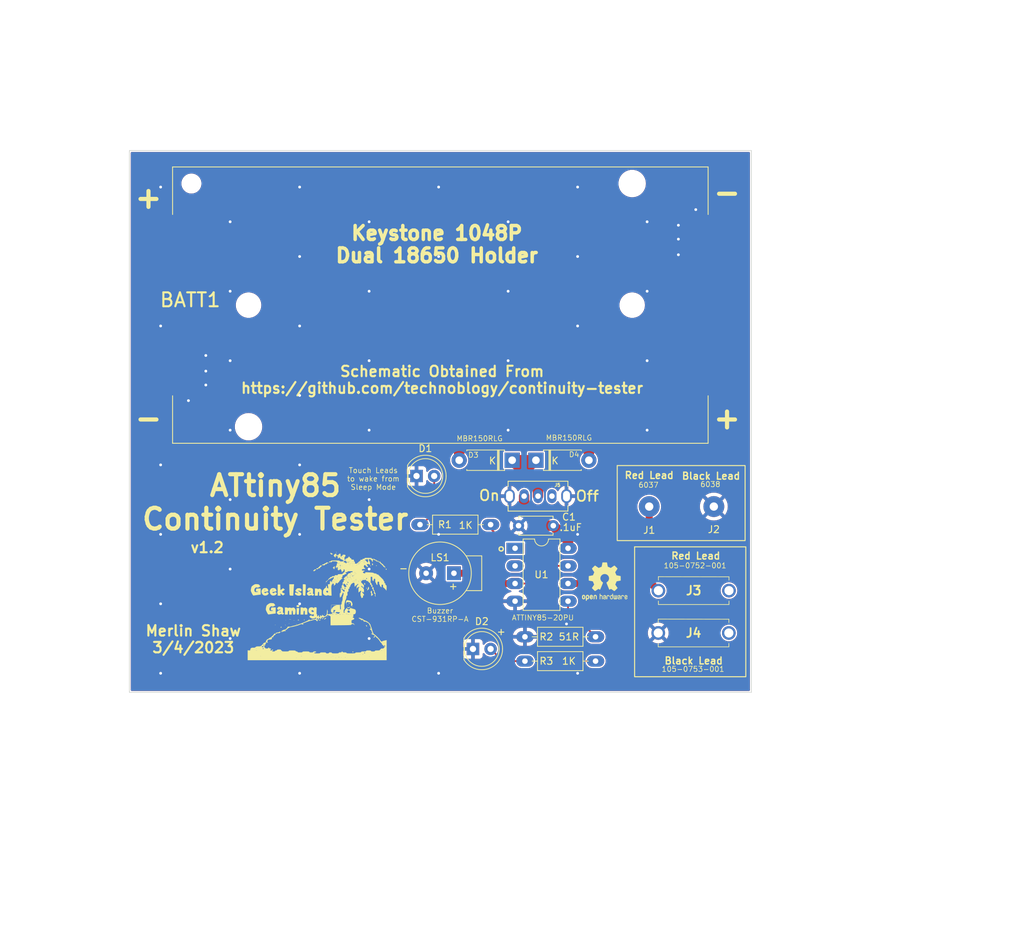
<source format=kicad_pcb>
(kicad_pcb (version 20211014) (generator pcbnew)
  (layers (0 "F.Cu" signal) (31 "B.Cu" signal) (34 "B.Paste" user) (35 "F.Paste" user) (36 "B.SilkS" user "B.Silkscreen") (37 "F.SilkS" user "F.Silkscreen") (38 "B.Mask" user) (39 "F.Mask" user) (44 "Edge.Cuts" user))
  (net 0 "")
  (net 1 "GND")
  (net 2 "Net-(R1-Pad2)")
  (net 3 "Net-(R2-Pad1)")
  (net 4 "Net-(D1-Pad2)")
  (net 7 "Net-(U1-Pad3)")
  (net 8 "Net-(J2-Pad1)")
  (net 9 "+3.3V")
  (net 10 "3V")
  (net 11 "333")
  (net 12 "22")
  (footprint "Capacitor_THT:C_Disc_D4.7mm_W2.5mm_P5.00mm" (layer "F.Cu") (at 146.5 108.75 180)
    (fp_text reference "C1" (at -2.25 1.25 180) (layer "F.SilkS"))
    (fp_text value ".1uF")
    (pad "1" thru_hole circle (at 0 0 180) (size 1.6 1.6) (drill 0.8) (layers *.Cu *.Mask) (net 10 "3V"))
    (pad "2" thru_hole circle (at 5 0 180) (size 1.6 1.6) (drill 0.8) (layers *.Cu *.Mask) (net 1 "GND"))
  )
  (footprint "Merlin:SW_OS102011MS2QN1" (layer "F.Cu") (at 144.3 104.5)
    (fp_text reference "J5" (at 2.8 -1.6) (layer "F.SilkS") (effects (font (size 0.48009 0.48009) (thickness 0.120023))))
    (fp_text value "Conn_01x03")
    (pad "" thru_hole oval (at 4.1 0) (size 1.5 2) (drill oval 1 1.5) (layers *.Cu *.Mask) (net 1 "GND"))
    (pad "" thru_hole oval (at -4.1 0) (size 1.5 2) (drill oval 1 1.5) (layers *.Cu *.Mask) (net 1 "GND"))
    (pad "1" thru_hole oval (at -2 0) (size 1.308 2) (drill 0.8) (layers *.Cu *.Mask) (net 10 "3V"))
    (pad "2" thru_hole oval (at 0 0) (size 1.308 2) (drill 0.8) (layers *.Cu *.Mask) (net 11 "333"))
    (pad "3" thru_hole oval (at 2 0) (size 1.308 2) (drill 0.8) (layers *.Cu *.Mask))
  )
  (footprint "Merlin:GeekIsland_20x15.9" (layer "F.Cu") (at 112.522 120.142)
    (fp_text reference "G***" hide)
    (fp_text value "LOGO" hide)
  )
  (footprint "Resistor_THT:R_Axial_DIN0207_L6.3mm_D2.5mm_P10.16mm_Horizontal" (layer "F.Cu") (at 142.42 124.75)
    (fp_text reference "R2" (at 3.08 0) (layer "F.SilkS"))
    (fp_text value "51R")
    (pad "1" thru_hole oval (at 0 0) (size 2.5 1.6) (drill 0.8) (layers *.Cu *.Mask) (net 1 "GND"))
    (pad "2" thru_hole oval (at 10.16 0) (size 2.5 1.6) (drill 0.8) (layers *.Cu *.Mask) (net 2 "Net-(R1-Pad2)"))
  )
  (footprint "Connector_PinHeader_2.54mm:PinHeader_1x01_P2.54mm_Vertical" (layer "F.Cu") (at 169.6 106)
    (fp_text reference "J2" (at 0 3.3) (layer "F.SilkS"))
    (fp_text value " ")
    (pad "1" thru_hole circle (at 0 0) (size 3 3) (drill 1.2) (layers *.Cu *.Mask) (net 1 "GND"))
  )
  (footprint "LED_THT:LED_D5.0mm" (layer "F.Cu") (at 126.82 101.6)
    (fp_text reference "D1" (at 1.27 -3.96) (layer "F.SilkS"))
    (fp_text value " ")
    (pad "1" thru_hole rect (at 0 0) (size 1.8 1.8) (drill 0.9) (layers *.Cu *.Mask) (net 1 "GND"))
    (pad "2" thru_hole circle (at 2.54 0) (size 1.8 1.8) (drill 0.9) (layers *.Cu *.Mask) (net 12 "22"))
  )
  (footprint "Diode_THT:D_DO-41_SOD81_P7.62mm_Horizontal" (layer "F.Cu") (at 144 99.33)
    (fp_text reference "D4" (at 5.5 -0.83) (layer "F.SilkS") (effects (font (size 0.75 0.75) (thickness 0.1))))
    (fp_text value "D_DO-41_SOD81_P7.62mm_Horizontal")
    (fp_text user "K" (at 2.75 0.085) (layer "F.SilkS"))
    (pad "1" thru_hole rect (at 0 0) (size 2.2 2.2) (drill 1.1) (layers *.Cu *.Mask) (net 11 "333"))
    (pad "2" thru_hole oval (at 7.62 0) (size 2.2 2.2) (drill 1.1) (layers *.Cu *.Mask) (net 9 "+3.3V"))
  )
  (footprint "LED_THT:LED_D5.0mm" (layer "F.Cu") (at 134.94 126.5)
    (fp_text reference "D2" (at 1.27 -3.96) (layer "F.SilkS"))
    (fp_text value " ")
    (pad "1" thru_hole rect (at 0 0) (size 1.8 1.8) (drill 0.9) (layers *.Cu *.Mask) (net 1 "GND"))
    (pad "2" thru_hole circle (at 2.54 0) (size 1.8 1.8) (drill 0.9) (layers *.Cu *.Mask) (net 4 "Net-(D1-Pad2)"))
  )
  (footprint "Merlin:1050752001" (layer "F.Cu") (at 161.6 124.2)
    (fp_text reference "J4" (at 5.08 0) (layer "F.SilkS") (effects (font (size 1.27 1.27) (thickness 0.254))))
    (fp_text value "Gnd" hide)
    (pad "1" thru_hole circle (at 0 0) (size 1.981 1.981) (drill 1.3208) (layers *.Cu *.Mask) (net 1 "GND"))
    (pad "2" thru_hole circle (at 10.16 0) (size 1.981 1.981) (drill 1.3208) (layers *.Cu *.Mask))
  )
  (footprint "Resistor_THT:R_Axial_DIN0207_L6.3mm_D2.5mm_P10.16mm_Horizontal" (layer "F.Cu") (at 152.58 128.25 180)
    (fp_text reference "R3" (at 7.08 0) (layer "F.SilkS"))
    (fp_text value "2.7K")
    (pad "1" thru_hole oval (at 0 0 180) (size 2.5 1.6) (drill 0.8) (layers *.Cu *.Mask) (net 7 "Net-(U1-Pad3)"))
    (pad "2" thru_hole oval (at 10.16 0 180) (size 2.5 1.6) (drill 0.8) (layers *.Cu *.Mask) (net 4 "Net-(D1-Pad2)"))
  )
  (footprint "Merlin:Buzzer_CUI_CST-931RP-A" (layer "F.Cu") (at 130.200818 115.6 180)
    (fp_text reference "LS1" (at 0 2.250817 180) (layer "F.SilkS") (effects (font (size 1.001961 1.001961))))
    (fp_text value " ")
    (fp_text user "-" (at 5.25831 0.717596) (layer "F.SilkS") (effects (font (size 1.00363 1.00363))))
    (fp_text user "+" (at -1.899182 -1.85) (layer "F.SilkS") (effects (font (size 1.004339 1.004339))))
    (pad "M" thru_hole circle (at 2 0 180) (size 2 2) (drill 0.8) (layers *.Cu *.Mask) (net 1 "GND"))
    (pad "P" thru_hole rect (at -2 0 180) (size 2 2) (drill 0.8) (layers *.Cu *.Mask) (net 7 "Net-(U1-Pad3)"))
  )
  (footprint "Merlin:1050752001" (layer "F.Cu") (at 161.62 118.1)
    (fp_text reference "J3" (at 5.08 0) (layer "F.SilkS") (effects (font (size 1.27 1.27) (thickness 0.254))))
    (fp_text value "Probe" hide)
    (pad "1" thru_hole circle (at 0 0) (size 1.981 1.981) (drill 1.3208) (layers *.Cu *.Mask) (net 8 "Net-(J2-Pad1)"))
    (pad "2" thru_hole circle (at 10.16 0) (size 1.981 1.981) (drill 1.3208) (layers *.Cu *.Mask))
  )
  (footprint "Merlin:BAT_1048P" (layer "F.Cu") (at 130.25 77 180)
    (fp_text reference "BATT1" (at 36 0.75) (layer "F.SilkS") (effects (font (size 2 2) (thickness 0.3))))
    (fp_text value " ")
    (pad "" np_thru_hole circle (at 27.6 0 180) (size 3.17 3.17) (drill 3.17) (layers *.Cu *.Mask))
    (pad "" np_thru_hole circle (at -27.6 0 180) (size 3.17 3.17) (drill 3.17) (layers *.Cu *.Mask))
    (pad "" np_thru_hole circle (at 35.82 17.505 180) (size 2.39 2.39) (drill 2.39) (layers *.Cu *.Mask))
    (pad "" np_thru_hole circle (at -27.6 17.505 180) (size 3.45 3.45) (drill 3.45) (layers *.Cu *.Mask))
    (pad "" np_thru_hole circle (at 27.6 -17.505 180) (size 3.45 3.45) (drill 3.45) (layers *.Cu *.Mask))
    (pad "1+" smd rect (at -39.33 -9.555 180) (size 7.34 6.35) (layers "F.Cu" "F.Paste" "F.Mask"))
    (pad "1-" smd rect (at 39.33 -9.555 180) (size 7.34 6.35) (layers "F.Cu" "F.Paste" "F.Mask") (net 1 "GND"))
    (pad "2+" smd rect (at 39.33 9.555 180) (size 7.34 6.35) (layers "F.Cu" "F.Paste" "F.Mask"))
    (pad "2-" smd rect (at -39.33 9.555 180) (size 7.34 6.35) (layers "F.Cu" "F.Paste" "F.Mask") (net 1 "GND"))
  )
  (footprint "Merlin:OSHW-Logo2_7.3x6mm_SilkScreen" (layer "F.Cu") (at 153.9 116.8)
    (fp_text reference "REF**" hide)
    (fp_text value "OSHW-Logo2_7.3x6mm_SilkScreen" hide)
  )
  (footprint "Package_DIP:DIP-8_W7.62mm" (layer "F.Cu") (at 141 112)
    (fp_text reference "U1" (at 3.8 3.8) (layer "F.SilkS"))
    (fp_text value "ATtiny85-20S")
    (pad "1" thru_hole rect (at 0 0) (size 2.5 1.6) (drill 0.8) (layers *.Cu *.Mask))
    (pad "2" thru_hole oval (at 0 2.54) (size 2.5 1.6) (drill 0.8) (layers *.Cu *.Mask))
    (pad "3" thru_hole oval (at 0 5.08) (size 2.5 1.6) (drill 0.8) (layers *.Cu *.Mask) (net 7 "Net-(U1-Pad3)"))
    (pad "4" thru_hole oval (at 0 7.62) (size 2.5 1.6) (drill 0.8) (layers *.Cu *.Mask) (net 1 "GND"))
    (pad "5" thru_hole oval (at 7.62 7.62) (size 2.5 1.6) (drill 0.8) (layers *.Cu *.Mask) (net 2 "Net-(R1-Pad2)"))
    (pad "6" thru_hole oval (at 7.62 5.08) (size 2.5 1.6) (drill 0.8) (layers *.Cu *.Mask) (net 8 "Net-(J2-Pad1)"))
    (pad "7" thru_hole oval (at 7.62 2.54) (size 2.5 1.6) (drill 0.8) (layers *.Cu *.Mask) (net 3 "Net-(R2-Pad1)"))
    (pad "8" thru_hole oval (at 7.62 0) (size 2.5 1.6) (drill 0.8) (layers *.Cu *.Mask) (net 10 "3V"))
  )
  (footprint "Diode_THT:D_DO-41_SOD81_P7.62mm_Horizontal" (layer "F.Cu") (at 140.58 99.33 180)
    (fp_text reference "D3" (at 5.58 0.75 180) (layer "F.SilkS") (effects (font (size 0.75 0.75) (thickness 0.1))))
    (fp_text value "D_DO-41_SOD81_P7.62mm_Horizontal")
    (fp_text user "K" (at 2.83 -0.085 180) (layer "F.SilkS"))
    (pad "1" thru_hole rect (at 0 0 180) (size 2.2 2.2) (drill 1.1) (layers *.Cu *.Mask) (net 11 "333"))
    (pad "2" thru_hole oval (at 7.62 0 180) (size 2.2 2.2) (drill 1.1) (layers *.Cu *.Mask) (net 9 "+3.3V"))
  )
  (footprint "Connector_PinHeader_2.54mm:PinHeader_1x01_P2.54mm_Vertical" (layer "F.Cu") (at 160.3 106)
    (fp_text reference "J1" (at 0 3.4) (layer "F.SilkS"))
    (fp_text value " ")
    (pad "1" thru_hole circle (at 0 0) (size 3 3) (drill 1.2) (layers *.Cu *.Mask) (net 8 "Net-(J2-Pad1)"))
  )
  (footprint "Resistor_THT:R_Axial_DIN0207_L6.3mm_D2.5mm_P10.16mm_Horizontal" (layer "F.Cu") (at 127.32 108.6)
    (fp_text reference "R1" (at 3.58 0) (layer "F.SilkS"))
    (fp_text value "2.7K")
    (pad "1" thru_hole oval (at 0 0) (size 2.5 1.6) (drill 0.8) (layers *.Cu *.Mask) (net 12 "22"))
    (pad "2" thru_hole oval (at 10.16 0) (size 2.5 1.6) (drill 0.8) (layers *.Cu *.Mask) (net 3 "Net-(R2-Pad1)"))
  )
  (gr_circle (center 139 112.1) (end 139.3 112.1) (layer "F.SilkS") (width 0.2) (fill none))
  (gr_rect (start 158.2 111.8) (end 174.2 130.5) (layer "F.SilkS") (width 0.15) (fill none))
  (gr_rect (start 155.7 100.1) (end 174.1 110.9) (layer "F.SilkS") (width 0.15) (fill none))
  (gr_line (start 85.5 132.75) (end 175 132.75) (layer "Edge.Cuts") (width 0.1))
  (gr_line (start 85.5 54.75) (end 85.5 132.75) (layer "Edge.Cuts") (width 0.1))
  (gr_line (start 175 132.75) (end 175 54.75) (layer "Edge.Cuts") (width 0.1))
  (gr_line (start 175 54.75) (end 85.5 54.75) (layer "Edge.Cuts") (width 0.1))
  (gr_text "MBR150RLG" (at 148.75 96.1) (layer "F.SilkS") (effects (font (size 0.75 0.75) (thickness 0.1))))
  (gr_text "ATTINY85-20PU" (at 145 122) (layer "F.SilkS") (effects (font (size 0.75 0.75) (thickness 0.1))))
  (gr_text "Black Lead" (at 169.2 101.6) (layer "F.SilkS") (effects (font (size 1 1) (thickness 0.2))))
  (gr_text "Red Lead" (at 167 113.1) (layer "F.SilkS") (effects (font (size 1 1) (thickness 0.2))))
  (gr_text "Red Lead" (at 160.3 101.5) (layer "F.SilkS") (effects (font (size 1 1) (thickness 0.2))))
  (gr_text "+" (at 139 124) (layer "F.SilkS") (effects (font (size 1 1))))
  (gr_text "Buzzer\nCST-931RP-A\n" (at 130.2 121.6) (layer "F.SilkS") (effects (font (size 0.75 0.75) (thickness 0.1))))
  (gr_text "-" (at 88.25 93.25) (layer "F.SilkS") (effects (font (size 3 3) (thickness 0.6))))
  (gr_text "ATtiny85\nContinuity Tester" (at 106.5 105.4) (layer "F.SilkS") (effects (font (size 3 3) (thickness 0.6))))
  (gr_text "1K" (at 148.75 128.25) (layer "F.SilkS") (effects (font (size 1 1))))
  (gr_text "Schematic Obtained From\nhttps://github.com/technoblogy/continuity-tester" (at 130.5 87.75) (layer "F.SilkS") (effects (font (size 1.5 1.5) (thickness 0.3))))
  (gr_text "105-0752-001\n" (at 166.9 114.5) (layer "F.SilkS") (effects (font (size 0.75 0.75) (thickness 0.1))))
  (gr_text "On" (at 137.3 104.4) (layer "F.SilkS") (effects (font (size 1.5 1.5) (thickness 0.25))))
  (gr_text "6037" (at 160.2 102.9) (layer "F.SilkS") (effects (font (size 0.75 0.75) (thickness 0.1))))
  (gr_text "Off" (at 151.4 104.5) (layer "F.SilkS") (effects (font (size 1.5 1.5) (thickness 0.25))))
  (gr_text "Black Lead" (at 166.7 128.2) (layer "F.SilkS") (effects (font (size 1 1) (thickness 0.2))))
  (gr_text "Merlin Shaw\n3/4/2023" (at 94.7 125.1) (layer "F.SilkS") (effects (font (size 1.5 1.5) (thickness 0.3))))
  (gr_text "6038" (at 169.1 102.8) (layer "F.SilkS") (effects (font (size 0.75 0.75) (thickness 0.1))))
  (gr_text "v1.2" (at 96.7 111.9) (layer "F.SilkS") (effects (font (size 1.5 1.5) (thickness 0.3))))
  (gr_text "MBR150RLG" (at 135.9 96.2) (layer "F.SilkS") (effects (font (size 0.75 0.75) (thickness 0.1))))
  (gr_text ".1uF" (at 149 109) (layer "F.SilkS") (effects (font (size 1 1))))
  (gr_text "+" (at 171.5 93.25) (layer "F.SilkS") (effects (font (size 3 3) (thickness 0.6))))
  (gr_text "Touch Leads\nto wake from\nSleep Mode" (at 120.6 102) (layer "F.SilkS") (effects (font (size 0.75 0.75) (thickness 0.1))))
  (gr_text "-" (at 171.5 60.75) (layer "F.SilkS") (effects (font (size 3 3) (thickness 0.6))))
  (gr_text "51R" (at 148.75 124.75) (layer "F.SilkS") (effects (font (size 1 1))))
  (gr_text "1K" (at 133.9 108.7) (layer "F.SilkS") (effects (font (size 1 1))))
  (gr_text "Keystone 1048P\nDual 18650 Holder" (at 129.75 68.25) (layer "F.SilkS") (effects (font (size 2 2) (thickness 0.5))))
  (gr_text "+" (at 88.25 61.5) (layer "F.SilkS") (effects (font (size 3 3) (thickness 0.6))))
  (gr_text "105-0753-001\n" (at 166.6 129.4) (layer "F.SilkS") (effects (font (size 0.75 0.75) (thickness 0.1))))
  (via (at 110 60) (size 0.8) (drill 0.4) (layers "F.Cu" "B.Cu") (net 1))
  (via (at 120 75) (size 0.8) (drill 0.4) (layers "F.Cu" "B.Cu") (net 1))
  (via (at 100 85) (size 0.8) (drill 0.4) (layers "F.Cu" "B.Cu") (net 1))
  (via (at 90 80) (size 0.8) (drill 0.4) (layers "F.Cu" "B.Cu") (net 1))
  (via (at 100 75) (size 0.8) (drill 0.4) (layers "F.Cu" "B.Cu") (net 1))
  (via (at 110 70) (size 0.8) (drill 0.4) (layers "F.Cu" "B.Cu") (net 1))
  (via (at 164.5 67.5) (size 0.8) (drill 0.4) (layers "F.Cu" "B.Cu") (net 1))
  (via (at 120 65) (size 0.8) (drill 0.4) (layers "F.Cu" "B.Cu") (net 1))
  (via (at 110 120) (size 0.8) (drill 0.4) (layers "F.Cu" "B.Cu") (net 1))
  (via (at 150 110) (size 0.8) (drill 0.4) (layers "F.Cu" "B.Cu") (net 1))
  (via (at 120 115) (size 0.8) (drill 0.4) (layers "F.Cu" "B.Cu") (net 1))
  (via (at 160 75) (size 0.8) (drill 0.4) (layers "F.Cu" "B.Cu") (net 1))
  (via (at 150 70) (size 0.8) (drill 0.4) (layers "F.Cu" "B.Cu") (net 1))
  (via (at 96.5 84.25) (size 0.8) (drill 0.4) (layers "F.Cu" "B.Cu") (net 1))
  (via (at 90 110) (size 0.8) (drill 0.4) (layers "F.Cu" "B.Cu") (net 1))
  (via (at 90 60) (size 0.8) (drill 0.4) (layers "F.Cu" "B.Cu") (net 1))
  (via (at 100 115) (size 0.8) (drill 0.4) (layers "F.Cu" "B.Cu") (net 1))
  (via (at 160 65) (size 0.8) (drill 0.4) (layers "F.Cu" "B.Cu") (net 1))
  (via (at 90 130) (size 0.8) (drill 0.4) (layers "F.Cu" "B.Cu") (net 1))
  (via (at 167 63.25) (size 0.8) (drill 0.4) (layers "F.Cu" "B.Cu") (net 1))
  (via (at 130 70) (size 0.8) (drill 0.4) (layers "F.Cu" "B.Cu") (net 1))
  (via (at 100 105) (size 0.8) (drill 0.4) (layers "F.Cu" "B.Cu") (net 1))
  (via (at 110 100) (size 0.8) (drill 0.4) (layers "F.Cu" "B.Cu") (net 1))
  (via (at 90 120) (size 0.8) (drill 0.4) (layers "F.Cu" "B.Cu") (net 1))
  (via (at 148.4 122.9) (size 0.8) (drill 0.4) (layers "F.Cu" "B.Cu") (net 1))
  (via (at 150 130) (size 0.8) (drill 0.4) (layers "F.Cu" "B.Cu") (net 1))
  (via (at 150 80) (size 0.8) (drill 0.4) (layers "F.Cu" "B.Cu") (net 1))
  (via (at 164.5 69.75) (size 0.8) (drill 0.4) (layers "F.Cu" "B.Cu") (net 1))
  (via (at 120 105) (size 0.8) (drill 0.4) (layers "F.Cu" "B.Cu") (net 1))
  (via (at 130 60) (size 0.8) (drill 0.4) (layers "F.Cu" "B.Cu") (net 1))
  (via (at 160 95) (size 0.8) (drill 0.4) (layers "F.Cu" "B.Cu") (net 1))
  (via (at 90 100) (size 0.8) (drill 0.4) (layers "F.Cu" "B.Cu") (net 1))
  (via (at 140 75) (size 0.8) (drill 0.4) (layers "F.Cu" "B.Cu") (net 1))
  (via (at 100 95) (size 0.8) (drill 0.4) (layers "F.Cu" "B.Cu") (net 1))
  (via (at 120 125) (size 0.8) (drill 0.4) (layers "F.Cu" "B.Cu") (net 1))
  (via (at 140 95) (size 0.8) (drill 0.4) (layers "F.Cu" "B.Cu") (net 1))
  (via (at 130 130) (size 0.8) (drill 0.4) (layers "F.Cu" "B.Cu") (net 1))
  (via (at 110 80) (size 0.8) (drill 0.4) (layers "F.Cu" "B.Cu") (net 1))
  (via (at 120 95) (size 0.8) (drill 0.4) (layers "F.Cu" "B.Cu") (net 1))
  (via (at 130 110) (size 0.8) (drill 0.4) (layers "F.Cu" "B.Cu") (net 1))
  (via (at 96.5 88.5) (size 0.8) (drill 0.4) (layers "F.Cu" "B.Cu") (net 1))
  (via (at 110 90) (size 0.8) (drill 0.4) (layers "F.Cu" "B.Cu") (net 1))
  (via (at 140 65) (size 0.8) (drill 0.4) (layers "F.Cu" "B.Cu") (net 1))
  (via (at 100 65) (size 0.8) (drill 0.4) (layers "F.Cu" "B.Cu") (net 1))
  (via (at 110 110) (size 0.8) (drill 0.4) (layers "F.Cu" "B.Cu") (net 1))
  (via (at 150 60) (size 0.8) (drill 0.4) (layers "F.Cu" "B.Cu") (net 1))
  (via (at 120 85) (size 0.8) (drill 0.4) (layers "F.Cu" "B.Cu") (net 1))
  (via (at 100 125) (size 0.8) (drill 0.4) (layers "F.Cu" "B.Cu") (net 1))
  (via (at 94 90.75) (size 0.8) (drill 0.4) (layers "F.Cu" "B.Cu") (net 1))
  (via (at 96.5 86.5) (size 0.8) (drill 0.4) (layers "F.Cu" "B.Cu") (net 1))
  (via (at 160 85) (size 0.8) (drill 0.4) (layers "F.Cu" "B.Cu") (net 1))
  (via (at 110 130) (size 0.8) (drill 0.4) (layers "F.Cu" "B.Cu") (net 1))
  (via (at 164.5 65.5) (size 0.8) (drill 0.4) (layers "F.Cu" "B.Cu") (net 1))
  (via (at 140 85) (size 0.8) (drill 0.4) (layers "F.Cu" "B.Cu") (net 1))
  (segment (start 149.915 122.085) (end 148.62 120.79) (width 0.25) (layer "F.Cu") (net 2))
  (segment (start 148.62 120.79) (end 148.62 119.62) (width 0.25) (layer "F.Cu") (net 2))
  (segment (start 149.915 122.085) (end 152.58 124.75) (width 0.25) (layer "F.Cu") (net 2))
  (segment (start 141.4 110.7) (end 141.1 110.7) (width 0.25) (layer "F.Cu") (net 3))
  (segment (start 141.4 110.7) (end 139 110.7) (width 0.25) (layer "F.Cu") (net 3))
  (segment (start 148.62 114.54) (end 146.34 114.54) (width 0.25) (layer "F.Cu") (net 3))
  (segment (start 146.34 114.54) (end 142.5 110.7) (width 0.25) (layer "F.Cu") (net 3))
  (segment (start 137.48 109.18) (end 137.48 108.6) (width 0.25) (layer "F.Cu") (net 3))
  (segment (start 142.5 110.7) (end 141.4 110.7) (width 0.25) (layer "F.Cu") (net 3))
  (segment (start 139 110.7) (end 137.48 109.18) (width 0.25) (layer "F.Cu") (net 3))
  (segment (start 142.42 128.25) (end 139.23 128.25) (width 0.25) (layer "F.Cu") (net 4))
  (segment (start 139.23 128.25) (end 137.48 126.5) (width 0.25) (layer "F.Cu") (net 4))
  (segment (start 145.1 119.4) (end 142.78 117.08) (width 0.25) (layer "F.Cu") (net 7))
  (segment (start 150.35 128.25) (end 145.1 123) (width 0.25) (layer "F.Cu") (net 7))
  (segment (start 142.78 117.08) (end 141 117.08) (width 0.25) (layer "F.Cu") (net 7))
  (segment (start 139.02 116.68) (end 137.94 115.6) (width 1) (layer "F.Cu") (net 7))
  (segment (start 145.1 123) (end 145.1 119.4) (width 0.25) (layer "F.Cu") (net 7))
  (segment (start 139.42 117.08) (end 139.02 116.68) (width 1) (layer "F.Cu") (net 7))
  (segment (start 141 117.08) (end 139.42 117.08) (width 1) (layer "F.Cu") (net 7))
  (segment (start 152.58 128.25) (end 150.35 128.25) (width 0.25) (layer "F.Cu") (net 7))
  (segment (start 137.94 115.6) (end 132.200818 115.6) (width 1) (layer "F.Cu") (net 7))
  (segment (start 160.3 106) (end 160.3 116.78) (width 1) (layer "F.Cu") (net 8))
  (segment (start 160.6 117.08) (end 161.62 118.1) (width 1) (layer "F.Cu") (net 8))
  (segment (start 148.62 117.08) (end 160.6 117.08) (width 1) (layer "F.Cu") (net 8))
  (segment (start 160.3 116.78) (end 161.62 118.1) (width 1) (layer "F.Cu") (net 8))
  (segment (start 169.58 86.555) (end 161.445 86.555) (width 1.5) (layer "F.Cu") (net 9))
  (segment (start 129.625 80.875) (end 132.96 84.21) (width 1.5) (layer "F.Cu") (net 9))
  (segment (start 155.375 92.625) (end 161.445 86.555) (width 1.5) (layer "F.Cu") (net 9))
  (segment (start 116.195 67.445) (end 90.92 67.445) (width 1.5) (layer "F.Cu") (net 9))
  (segment (start 151.62 96.38) (end 151.62 99.33) (width 1.5) (layer "F.Cu") (net 9))
  (segment (start 132.96 84.21) (end 132.96 99.33) (width 1.5) (layer "F.Cu") (net 9))
  (segment (start 130.42 81.67) (end 129.625 80.875) (width 1.5) (layer "F.Cu") (net 9))
  (segment (start 155.375 92.625) (end 151.62 96.38) (width 1.5) (layer "F.Cu") (net 9))
  (segment (start 129.625 80.875) (end 116.195 67.445) (width 1.5) (layer "F.Cu") (net 9))
  (segment (start 148.62 112) (end 148.62 110.87) (width 1.5) (layer "F.Cu") (net 10))
  (segment (start 148.62 110.87) (end 146.5 108.75) (width 1.5) (layer "F.Cu") (net 10))
  (segment (start 142.3 106) (end 142.3 104.5) (width 1.5) (layer "F.Cu") (net 10))
  (segment (start 146.5 108.75) (end 145.05 108.75) (width 1.5) (layer "F.Cu") (net 10))
  (segment (start 145.05 108.75) (end 142.3 106) (width 1.5) (layer "F.Cu") (net 10))
  (segment (start 142.25 101.35) (end 144.3 103.4) (width 1.5) (layer "F.Cu") (net 11))
  (segment (start 142.25 101) (end 142.25 101.35) (width 1.5) (layer "F.Cu") (net 11))
  (segment (start 143.92 99.33) (end 140.58 99.33) (width 1.5) (layer "F.Cu") (net 11))
  (segment (start 144.3 103.4) (end 144.3 104.5) (width 1.5) (layer "F.Cu") (net 11))
  (segment (start 142.25 101) (end 143.92 99.33) (width 1.5) (layer "F.Cu") (net 11))
  (segment (start 142.25 101) (end 140.58 99.33) (width 1.5) (layer "F.Cu") (net 11))
  (segment (start 129.36 101.6) (end 129.36 105.26) (width 0.25) (layer "F.Cu") (net 12))
  (segment (start 129.36 106.84) (end 127.6 108.6) (width 0.25) (layer "F.Cu") (net 12))
  (segment (start 129.36 105.26) (end 129.36 106.84) (width 0.25) (layer "F.Cu") (net 12))
  (segment (start 129.36 105.26) (end 129.36 105.46) (width 0.25) (layer "F.Cu") (net 12))
  (segment (start 127.6 108.6) (end 127.32 108.6) (width 0.25) (layer "F.Cu") (net 12))
  (zone (net 1) (net_name "GND") (layers F&B.Cu) (connect_pads (clearance 0.208)) (min_thickness 0.254) (fill yes (thermal_gap 0.508) (thermal_bridge_width 0.508))
    (polygon (pts (xy 214.25 168.25) (xy 68.25 168) (xy 66.88498 33.821104) (xy 213.13498 33.071104)))
  )
  (zone (net 1) (net_name "GND") (layer "F.Cu") (connect_pads yes (clearance 0.508)) (min_thickness 0.254) (fill yes (thermal_gap 0.508) (thermal_bridge_width 0.508))
    (polygon (pts (xy 92.25 82.5) (xy 98.25 82.5) (xy 98.25 92) (xy 92.25 92)))
  )
  (zone (net 1) (net_name "GND") (layer "F.Cu") (connect_pads yes (clearance 0.508)) (min_thickness 0.254) (fill yes (thermal_gap 0.508) (thermal_bridge_width 0.508))
    (polygon (pts (xy 168.75 71.5) (xy 162.75 71.5) (xy 162.75 62) (xy 168.75 62)))
  )
)
</source>
